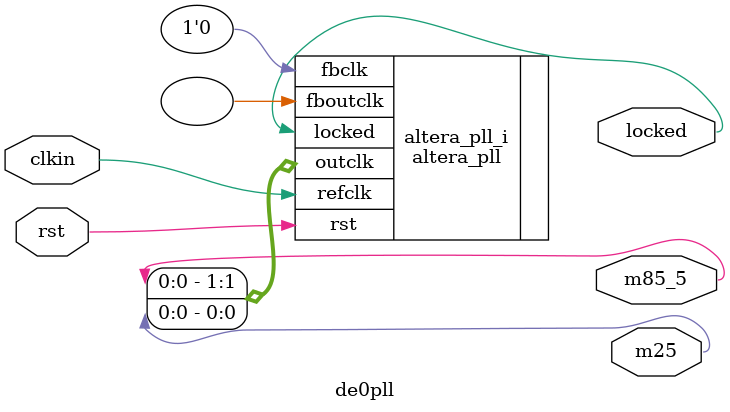
<source format=v>
module de0pll(
    input wire clkin,
    input wire rst,
    output wire m25,
    output wire m85_5,
    output wire locked
);
altera_pll #(
    .fractional_vco_multiplier("false"),
    .reference_clock_frequency("50.0 MHz"),
    .operation_mode("normal"),
    .number_of_clocks(2),
    .output_clock_frequency0("25.0 MHz"),
    .phase_shift0("0 ps"),
    .duty_cycle0(50),
    .output_clock_frequency1("85.5 MHz"),
    .phase_shift1("0 ps"),
    .duty_cycle1(50),
    .output_clock_frequency2("0 MHz"),
    .phase_shift2("0 ps"),
    .duty_cycle2(50),
    .output_clock_frequency3("0 MHz"),
    .phase_shift3("0 ps"),
    .duty_cycle3(50),
    .output_clock_frequency4("0 MHz"),
    .phase_shift4("0 ps"),
    .duty_cycle4(50),
    .output_clock_frequency5("0 MHz"),
    .phase_shift5("0 ps"),
    .duty_cycle5(50),
    .output_clock_frequency6("0 MHz"),
    .phase_shift6("0 ps"),
    .duty_cycle6(50),
    .output_clock_frequency7("0 MHz"),
    .phase_shift7("0 ps"),
    .duty_cycle7(50),
    .output_clock_frequency8("0 MHz"),
    .phase_shift8("0 ps"),
    .duty_cycle8(50),
    .output_clock_frequency9("0 MHz"),
    .phase_shift9("0 ps"),
    .duty_cycle9(50),
    .output_clock_frequency10("0 MHz"),
    .phase_shift10("0 ps"),
    .duty_cycle10(50),
    .output_clock_frequency11("0 MHz"),
    .phase_shift11("0 ps"),
    .duty_cycle11(50),
    .output_clock_frequency12("0 MHz"),
    .phase_shift12("0 ps"),
    .duty_cycle12(50),
    .output_clock_frequency13("0 MHz"),
    .phase_shift13("0 ps"),
    .duty_cycle13(50),
    .output_clock_frequency14("0 MHz"),
    .phase_shift14("0 ps"),
    .duty_cycle14(50),
    .output_clock_frequency15("0 MHz"),
    .phase_shift15("0 ps"),
    .duty_cycle15(50),
    .output_clock_frequency16("0 MHz"),
    .phase_shift16("0 ps"),
    .duty_cycle16(50),
    .output_clock_frequency17("0 MHz"),
    .phase_shift17("0 ps"),
    .duty_cycle17(50),
    .pll_type("General"),
    .pll_subtype("General")
)
altera_pll_i(
    .rst (rst),
    .outclk ({m85_5,m25}),
    .locked (locked),
    .fboutclk (),
    .fbclk (1'b0),
    .refclk (clkin)
);
endmodule

</source>
